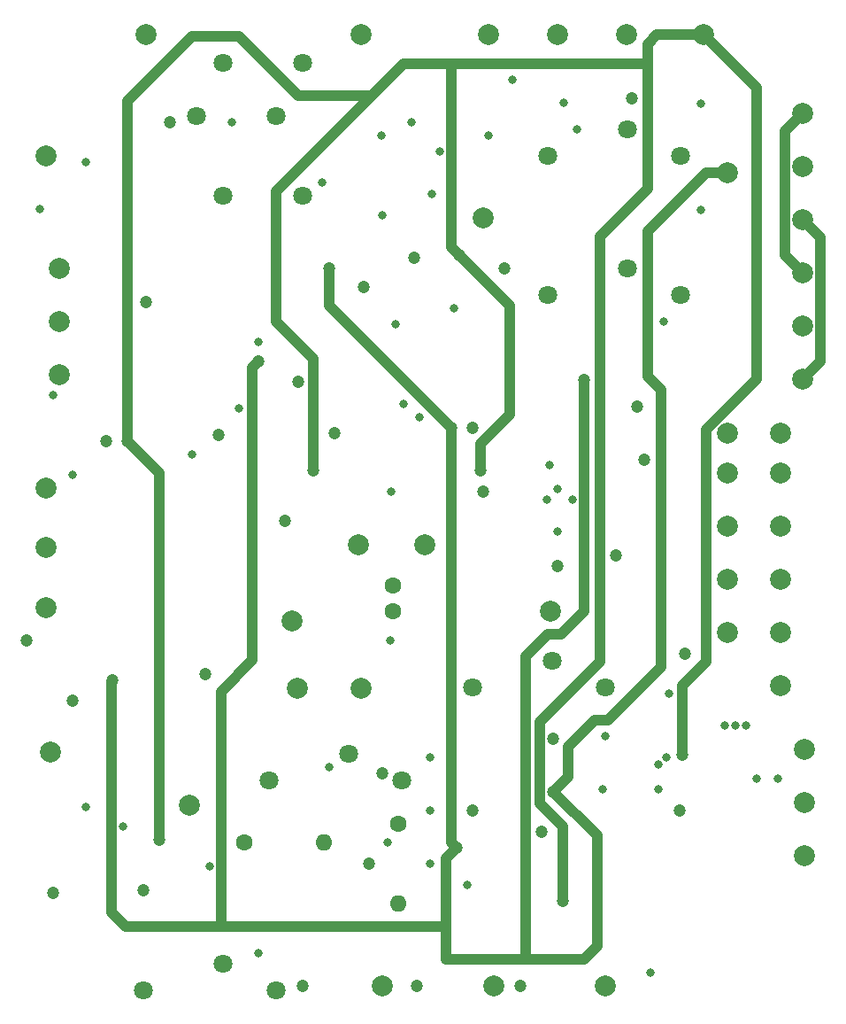
<source format=gbr>
%TF.GenerationSoftware,KiCad,Pcbnew,7.0.9-7.0.9~ubuntu23.04.1*%
%TF.CreationDate,2024-01-02T14:37:14+01:00*%
%TF.ProjectId,vco_1,76636f5f-312e-46b6-9963-61645f706362,rev?*%
%TF.SameCoordinates,Original*%
%TF.FileFunction,Copper,L2,Inr*%
%TF.FilePolarity,Positive*%
%FSLAX46Y46*%
G04 Gerber Fmt 4.6, Leading zero omitted, Abs format (unit mm)*
G04 Created by KiCad (PCBNEW 7.0.9-7.0.9~ubuntu23.04.1) date 2024-01-02 14:37:14*
%MOMM*%
%LPD*%
G01*
G04 APERTURE LIST*
%TA.AperFunction,ComponentPad*%
%ADD10C,2.000000*%
%TD*%
%TA.AperFunction,ComponentPad*%
%ADD11C,1.600000*%
%TD*%
%TA.AperFunction,ComponentPad*%
%ADD12O,1.600000X1.600000*%
%TD*%
%TA.AperFunction,ComponentPad*%
%ADD13C,1.800000*%
%TD*%
%TA.AperFunction,ViaPad*%
%ADD14C,1.200000*%
%TD*%
%TA.AperFunction,ViaPad*%
%ADD15C,0.800000*%
%TD*%
%TA.AperFunction,Conductor*%
%ADD16C,1.000000*%
%TD*%
G04 APERTURE END LIST*
D10*
%TO.N,Net-(R31-Pad1)*%
%TO.C,TP7*%
X67564000Y-109347000D03*
%TD*%
%TO.N,Net-(U4B-+)*%
%TO.C,SW2*%
X107696000Y-84963000D03*
%TO.N,Net-(R18-Pad2)*%
X107696000Y-88773000D03*
%TO.N,Net-(R17-Pad2)*%
X107696000Y-93853000D03*
%TO.N,Net-(R16-Pad2)*%
X107696000Y-98933000D03*
%TO.N,Net-(R15-Pad2)*%
X107696000Y-104013000D03*
%TO.N,Net-(U4D-+)*%
X107696000Y-109093000D03*
%TO.N,GND*%
X102616000Y-84963000D03*
%TO.N,Net-(U4A-+)*%
X102616000Y-88773000D03*
%TO.N,Net-(R11-Pad2)*%
X102616000Y-93853000D03*
%TO.N,Net-(R10-Pad2)*%
X102616000Y-98933000D03*
%TO.N,Net-(R10-Pad1)*%
X102616000Y-104013000D03*
%TD*%
%TO.N,Net-(J10-Pin_1)*%
%TO.C,J10*%
X37465000Y-101600000D03*
%TD*%
D11*
%TO.N,/Core/summed_input*%
%TO.C,TH1*%
X71120000Y-122301000D03*
D12*
%TO.N,Net-(U5A--)*%
X71120000Y-129921000D03*
%TD*%
D10*
%TO.N,Net-(D3-A)*%
%TO.C,TP9*%
X86360000Y-46863000D03*
%TD*%
%TO.N,-10V*%
%TO.C,TP4*%
X51181000Y-120520000D03*
%TD*%
%TO.N,Net-(Q3-G)*%
%TO.C,TP11*%
X73660000Y-95631000D03*
%TD*%
%TO.N,Net-(J1-Pin_1)*%
%TO.C,J2*%
X109855000Y-79756000D03*
%TO.N,GND*%
X109855000Y-74676000D03*
%TO.N,Net-(J1-Pin_3)*%
X109855000Y-69596000D03*
%TD*%
%TO.N,Net-(D3-A)*%
%TO.C,J6*%
X79756000Y-46863000D03*
%TD*%
%TO.N,/Core/raw_saw*%
%TO.C,TP10*%
X67310000Y-95631000D03*
%TD*%
%TO.N,Net-(U4D--)*%
%TO.C,RV2*%
X109982000Y-125349000D03*
%TO.N,Net-(U4C-+)*%
X109982000Y-120269000D03*
%TO.N,Net-(U4A--)*%
X109982000Y-115189000D03*
%TD*%
%TO.N,Net-(J3-Pin_1)*%
%TO.C,J3*%
X90932000Y-137795000D03*
%TD*%
%TO.N,+12V*%
%TO.C,TP1*%
X102616000Y-60071000D03*
%TD*%
%TO.N,Net-(J4-Pin_1)*%
%TO.C,J4*%
X80264000Y-137795000D03*
%TD*%
%TO.N,Net-(J1-Pin_1)*%
%TO.C,J1*%
X109855000Y-64516000D03*
%TO.N,GND*%
X109855000Y-59436000D03*
%TO.N,Net-(J1-Pin_3)*%
X109855000Y-54356000D03*
%TD*%
%TO.N,Net-(D1-A)*%
%TO.C,TP6*%
X61468000Y-109347000D03*
%TD*%
%TO.N,Net-(J9-Pin_1)*%
%TO.C,J9*%
X37465000Y-90170000D03*
%TD*%
D11*
%TO.N,Net-(Q3-S)*%
%TO.C,C13*%
X70612000Y-101961000D03*
%TO.N,/Core/raw_saw*%
X70612000Y-99461000D03*
%TD*%
D10*
%TO.N,-12V*%
%TO.C,TP3*%
X100330000Y-46863000D03*
%TD*%
%TO.N,Net-(J7-Pin_1)*%
%TO.C,J7*%
X46990000Y-46863000D03*
%TD*%
%TO.N,Net-(J9-Pin_1)*%
%TO.C,TP13*%
X37465000Y-95885000D03*
%TD*%
%TO.N,Net-(J5-Pin_1)*%
%TO.C,J5*%
X69596000Y-137795000D03*
%TD*%
%TO.N,+10V*%
%TO.C,TP5*%
X37846000Y-115440000D03*
%TD*%
D11*
%TO.N,+10V*%
%TO.C,R32*%
X56388000Y-124079000D03*
D12*
%TO.N,Net-(U5B--)*%
X64008000Y-124079000D03*
%TD*%
D10*
%TO.N,GND*%
%TO.C,TP14*%
X60960000Y-102870000D03*
%TD*%
%TO.N,GND*%
%TO.C,TP2*%
X92964000Y-46863000D03*
%TD*%
%TO.N,Net-(D2-A)*%
%TO.C,TP8*%
X79248000Y-64389000D03*
%TD*%
%TO.N,Net-(J8-Pin_1)*%
%TO.C,J8*%
X37465000Y-58420000D03*
%TD*%
%TO.N,Net-(J7-Pin_1)*%
%TO.C,TP12*%
X67564000Y-46863000D03*
%TD*%
%TO.N,Net-(R50-Pad1)*%
%TO.C,RV10*%
X38735000Y-79375000D03*
%TO.N,Net-(R61-Pad2)*%
X38735000Y-74295000D03*
%TO.N,Net-(R51-Pad1)*%
X38735000Y-69215000D03*
%TD*%
%TO.N,Net-(J11-Pin_1)*%
%TO.C,J11*%
X85725000Y-101981000D03*
%TD*%
D13*
%TO.N,GND*%
%TO.C,RV6*%
X85471000Y-58420000D03*
%TO.N,Net-(C29-Pad1)*%
X93091000Y-55880000D03*
%TO.N,Net-(R37-Pad1)*%
X98171000Y-58420000D03*
%TD*%
%TO.N,Net-(R35-Pad2)*%
%TO.C,RV7*%
X85471000Y-71755000D03*
%TO.N,Net-(D2-A)*%
X93091000Y-69215000D03*
X98171000Y-71755000D03*
%TD*%
%TO.N,/Core/summed_input*%
%TO.C,RV4*%
X58801000Y-118110000D03*
%TO.N,Net-(D1-A)*%
X66421000Y-115570000D03*
%TO.N,Net-(R29-Pad1)*%
X71501000Y-118110000D03*
%TD*%
%TO.N,Net-(J7-Pin_1)*%
%TO.C,RV9*%
X61981000Y-62230000D03*
X59441000Y-54610000D03*
%TO.N,Net-(R47-Pad2)*%
X61981000Y-49530000D03*
%TD*%
%TO.N,Net-(R27-Pad1)*%
%TO.C,RV3*%
X46736000Y-138176000D03*
%TO.N,Net-(R28-Pad1)*%
X54356000Y-135636000D03*
%TO.N,Net-(R26-Pad2)*%
X59436000Y-138176000D03*
%TD*%
%TO.N,Net-(R48-Pad1)*%
%TO.C,RV8*%
X54356000Y-62230000D03*
%TO.N,Net-(U9A-+)*%
X51816000Y-54610000D03*
%TO.N,GND*%
X54356000Y-49530000D03*
%TD*%
%TO.N,Net-(R30-Pad2)*%
%TO.C,RV5*%
X78246000Y-109225000D03*
%TO.N,Net-(C11-Pad2)*%
X85866000Y-106685000D03*
X90946000Y-109225000D03*
%TD*%
D14*
%TO.N,+12V*%
X85979000Y-119191000D03*
D15*
X94996000Y-65659000D03*
D14*
X64516000Y-69215000D03*
X76200000Y-84455000D03*
X76708000Y-124587000D03*
X57785000Y-78105000D03*
X43815000Y-108585000D03*
X88900000Y-79883000D03*
%TO.N,GND*%
X98044000Y-121031000D03*
X91948000Y-96647000D03*
X84836000Y-123063000D03*
X68326000Y-126111000D03*
X78232000Y-84455000D03*
X93472000Y-52959000D03*
X61595000Y-80010000D03*
X65024000Y-84963000D03*
X94710000Y-87503000D03*
X72898000Y-137795000D03*
X85978500Y-114173000D03*
X49276000Y-55245000D03*
X35560000Y-104775000D03*
X52705000Y-107950000D03*
X78232000Y-121031000D03*
D15*
X100076000Y-63627000D03*
D14*
X82804000Y-137795000D03*
X81280000Y-69215000D03*
X53975000Y-85090000D03*
X46736000Y-128651000D03*
X38100000Y-128905000D03*
X60325000Y-93345000D03*
X93980000Y-82423000D03*
X43180000Y-85725000D03*
D15*
X100076000Y-53467000D03*
D14*
X67818000Y-70993000D03*
X61976000Y-137795000D03*
X79248000Y-90551000D03*
X72644000Y-68199000D03*
X98552000Y-106045000D03*
X69596000Y-117475000D03*
X40005000Y-110490000D03*
X86360000Y-97663000D03*
X46990000Y-72390000D03*
%TO.N,-12V*%
X48260000Y-123825000D03*
X78994000Y-88519000D03*
X98298000Y-115697000D03*
X45215000Y-85725000D03*
X76962000Y-67945000D03*
X86868000Y-129667000D03*
D15*
X94996000Y-55499000D03*
D14*
X62992000Y-88519000D03*
D15*
%TO.N,+10V*%
X70358000Y-104775000D03*
X86360000Y-94361000D03*
X86995000Y-53340000D03*
X86360000Y-90297000D03*
X96520000Y-74295000D03*
X55245000Y-55245000D03*
X36830000Y-63500000D03*
X41275000Y-59055000D03*
X82042000Y-51181000D03*
%TO.N,-10V*%
X41275000Y-120650000D03*
X38100000Y-81280000D03*
X57785000Y-134620000D03*
X72390000Y-55245000D03*
X40005000Y-88900000D03*
X95250000Y-136525000D03*
%TO.N,/Core/summed_input*%
X77724000Y-128143000D03*
%TO.N,Net-(U5B--)*%
X70104000Y-124079000D03*
%TO.N,Net-(U2-A)*%
X53086000Y-126365000D03*
X44831000Y-122555000D03*
%TO.N,Net-(D2-A)*%
X74376000Y-62103000D03*
X76454000Y-73025000D03*
%TO.N,Net-(D3-A)*%
X70866000Y-74549000D03*
X55880000Y-82550000D03*
X79756000Y-56515000D03*
X75100500Y-58039000D03*
%TO.N,Net-(J9-Pin_1)*%
X57785000Y-76200000D03*
X51435000Y-86995000D03*
%TO.N,Net-(R10-Pad1)*%
X104394000Y-112903000D03*
%TO.N,Net-(R10-Pad2)*%
X103378000Y-112903000D03*
%TO.N,Net-(R11-Pad2)*%
X102362000Y-112903000D03*
%TO.N,Net-(R31-Pad1)*%
X74168000Y-121031000D03*
X74168000Y-126111000D03*
X74168000Y-115951000D03*
%TO.N,Net-(R37-Pad1)*%
X88265000Y-55880000D03*
%TO.N,Net-(R49-Pad1)*%
X69502500Y-56515000D03*
X69596000Y-64135000D03*
%TO.N,Net-(U9A-+)*%
X63881000Y-60960000D03*
%TO.N,Net-(U7-STRB)*%
X73152000Y-83439000D03*
X71628000Y-82169000D03*
%TO.N,Net-(U4A-+)*%
X97028000Y-109855000D03*
%TO.N,Net-(Q3-S)*%
X70485000Y-90551000D03*
X64516000Y-116840000D03*
%TO.N,Net-(U4D-+)*%
X105410000Y-117983000D03*
X96012000Y-116629500D03*
%TO.N,Net-(U8--)*%
X85344000Y-91275500D03*
X87800500Y-91313000D03*
X85598000Y-88011000D03*
%TO.N,Net-(U4D--)*%
X96774000Y-115951000D03*
X107442000Y-117983000D03*
%TO.N,Net-(U4C-+)*%
X96012000Y-118999000D03*
%TO.N,Net-(U4A--)*%
X90932000Y-113919000D03*
%TO.N,Net-(U4B-+)*%
X90678000Y-118999000D03*
%TD*%
D16*
%TO.N,+12V*%
X83312000Y-106299000D02*
X85471000Y-104140000D01*
X94996000Y-65659000D02*
X94996000Y-79502000D01*
X83312000Y-135255000D02*
X83312000Y-106299000D01*
X87376000Y-117794000D02*
X87376000Y-114935000D01*
X76200000Y-84455000D02*
X76200000Y-124079000D01*
X85979000Y-119191000D02*
X87376000Y-117794000D01*
X76708000Y-135255000D02*
X83312000Y-135255000D01*
X75692000Y-132080000D02*
X75692000Y-135255000D01*
X85471000Y-104140000D02*
X86741000Y-104140000D01*
X57201000Y-78689000D02*
X57201000Y-106629000D01*
X94996000Y-79502000D02*
X96266000Y-80772000D01*
X43731000Y-130726000D02*
X45085000Y-132080000D01*
X76708000Y-124587000D02*
X75692000Y-125603000D01*
X54186000Y-109644000D02*
X54186000Y-131869000D01*
X88900500Y-101980500D02*
X88900500Y-79883500D01*
X94996000Y-65659000D02*
X100584000Y-60071000D01*
X75692000Y-135255000D02*
X76708000Y-135255000D01*
X64516000Y-72771000D02*
X76200000Y-84455000D01*
X57785000Y-78105000D02*
X57201000Y-78689000D01*
X53975000Y-132080000D02*
X75692000Y-132080000D01*
X88900000Y-135255000D02*
X90170000Y-133985000D01*
X86741000Y-104140000D02*
X88900500Y-101980500D01*
X100584000Y-60071000D02*
X102616000Y-60071000D01*
X88900000Y-135255000D02*
X83312000Y-135255000D01*
X96266000Y-80772000D02*
X96266000Y-107315000D01*
X43731000Y-108669000D02*
X43731000Y-130726000D01*
X90170000Y-123382000D02*
X90170000Y-133985000D01*
X88900500Y-79883500D02*
X88900000Y-79883000D01*
X64516000Y-69215000D02*
X64516000Y-72771000D01*
X76200000Y-124079000D02*
X76708000Y-124587000D01*
X91186000Y-112395000D02*
X89916000Y-112395000D01*
X45085000Y-132080000D02*
X53975000Y-132080000D01*
X89916000Y-112395000D02*
X87376000Y-114935000D01*
X85979000Y-119191000D02*
X90170000Y-123382000D01*
X54186000Y-131869000D02*
X53975000Y-132080000D01*
X57201000Y-106629000D02*
X54186000Y-109644000D01*
X43815000Y-108585000D02*
X43731000Y-108669000D01*
X96266000Y-107315000D02*
X91186000Y-112395000D01*
X75692000Y-125603000D02*
X75692000Y-132080000D01*
%TO.N,-12V*%
X61595000Y-52705000D02*
X68580000Y-52705000D01*
X59436000Y-61849000D02*
X59436000Y-62230000D01*
X81788000Y-83185000D02*
X81788000Y-73025000D01*
X100584000Y-84590836D02*
X105410000Y-79764836D01*
X90424000Y-66167000D02*
X94996000Y-61595000D01*
X105410000Y-79764836D02*
X105410000Y-79121000D01*
X68580000Y-52705000D02*
X71628000Y-49657000D01*
X62992000Y-77851000D02*
X59436000Y-74295000D01*
X95004000Y-49657000D02*
X95004000Y-47744000D01*
X76200000Y-67183000D02*
X76962000Y-67945000D01*
X95004000Y-47744000D02*
X95885000Y-46863000D01*
X98298000Y-109093000D02*
X100584000Y-106807000D01*
X84679000Y-112552000D02*
X90424000Y-106807000D01*
X59436000Y-62230000D02*
X59436000Y-74295000D01*
X86868000Y-129667000D02*
X86868000Y-122555000D01*
X94996000Y-61595000D02*
X94996000Y-55499000D01*
X90424000Y-106807000D02*
X90424000Y-66167000D01*
X76200000Y-49657000D02*
X76200000Y-67183000D01*
X95885000Y-46863000D02*
X100330000Y-46863000D01*
X94996000Y-55499000D02*
X95004000Y-55491000D01*
X86868000Y-122555000D02*
X84679000Y-120366000D01*
X100584000Y-106807000D02*
X100584000Y-84590836D01*
X78994000Y-88519000D02*
X78994000Y-85979000D01*
X51435000Y-46990000D02*
X45215000Y-53210000D01*
X95004000Y-55491000D02*
X95004000Y-49657000D01*
X62992000Y-88519000D02*
X62992000Y-77851000D01*
X100330000Y-46863000D02*
X105410000Y-51943000D01*
X48260000Y-88770000D02*
X45215000Y-85725000D01*
X76962000Y-67945000D02*
X81788000Y-72771000D01*
X45215000Y-53210000D02*
X45215000Y-85725000D01*
X55880000Y-46990000D02*
X51435000Y-46990000D01*
X55880000Y-46990000D02*
X61595000Y-52705000D01*
X81788000Y-72771000D02*
X81788000Y-73025000D01*
X84679000Y-120366000D02*
X84679000Y-112552000D01*
X71628000Y-49657000D02*
X76200000Y-49657000D01*
X48260000Y-123825000D02*
X48260000Y-88770000D01*
X98298000Y-115697000D02*
X98298000Y-109093000D01*
X78994000Y-85979000D02*
X81788000Y-83185000D01*
X105410000Y-51943000D02*
X105410000Y-79121000D01*
X76200000Y-49657000D02*
X95004000Y-49657000D01*
X68580000Y-52705000D02*
X59436000Y-61849000D01*
%TO.N,Net-(J1-Pin_1)*%
X111555000Y-66216000D02*
X109855000Y-64516000D01*
X111555000Y-78056000D02*
X111555000Y-66216000D01*
X109855000Y-79756000D02*
X111555000Y-78056000D01*
%TO.N,Net-(J1-Pin_3)*%
X108155000Y-56056000D02*
X109855000Y-54356000D01*
X109855000Y-69596000D02*
X108155000Y-67896000D01*
X108155000Y-67896000D02*
X108155000Y-56056000D01*
%TD*%
M02*

</source>
